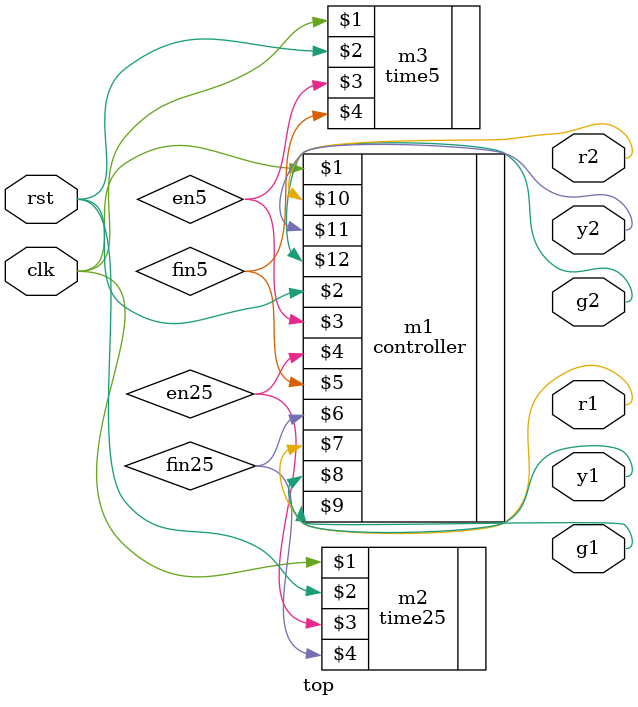
<source format=v>
module top(clk,rst,r1,y1,g1,r2,y2,g2);
input clk,rst;
output r1,y1,g1,r2,y2,g2;
wire fin5,fin25,en5,en25;
controller m1(clk,rst,en5,en25,fin5,fin25,r1,y1,g1,r2,y2,g2);
time25 m2(clk,rst,en25,fin25);
time5  m3(clk,rst,en5,fin5);
endmodule
</source>
